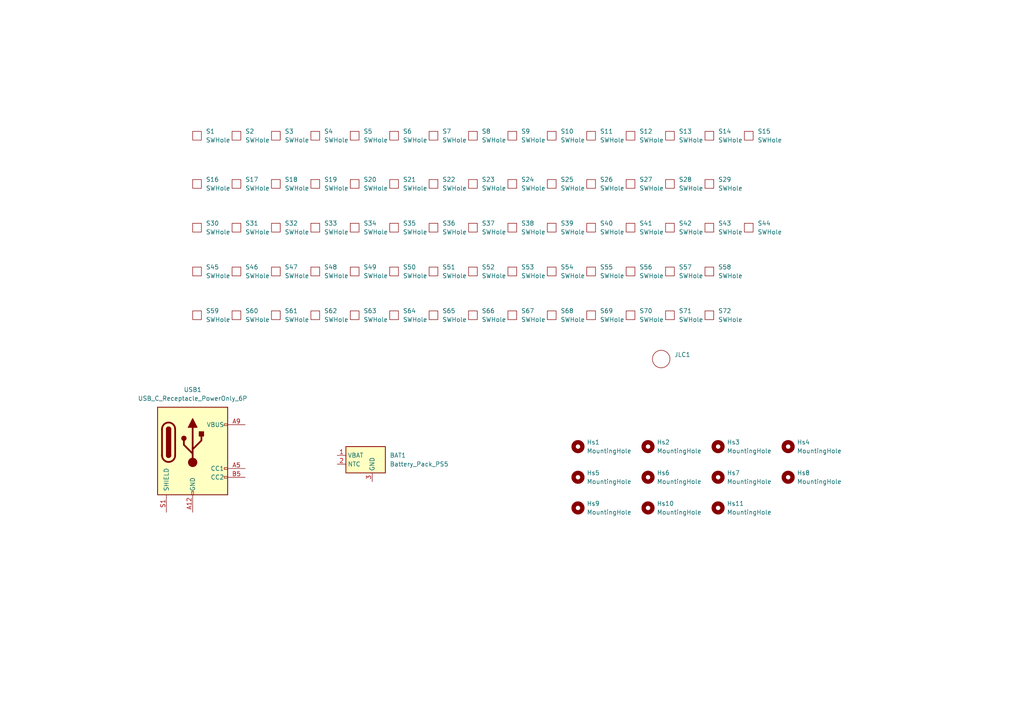
<source format=kicad_sch>
(kicad_sch (version 20250114) (generator "eeschema") (generator_version "9.0")
  (paper "A4")
  (lib_symbols
    (symbol "Connector:USB_C_Receptacle_PowerOnly_6P" (pin_names (offset 1.016))
      (property "Reference" "J" (at 0 16.51 0))
      (property "Value" "USB_C_Receptacle_PowerOnly_6P" (at 0 13.97 0))
      (symbol "USB_C_Receptacle_PowerOnly_6P_0_0"
        (rectangle (start -0.254 -12.7) (end 0.254 -11.684))
        (rectangle (start 10.16 7.874) (end 9.144 7.366))
        (rectangle (start 10.16 -4.826) (end 9.144 -5.334))
        (rectangle (start 10.16 -7.366) (end 9.144 -7.874))
      )
      (symbol "USB_C_Receptacle_PowerOnly_6P_0_1"
        (rectangle (start -10.16 12.7) (end 10.16 -12.7) (stroke (width 0.254)) (fill (type background)))
        (polyline (pts (xy -8.89 -1.27) (xy -8.89 6.35)) (stroke (width 0.508)))
        (rectangle (start -7.62 -1.27) (end -6.35 6.35) (stroke (width 0.254)) (fill (type outline)))
        (arc (start -7.62 6.35) (mid -6.985 6.9823) (end -6.35 6.35) (stroke (width 0.254)))
        (arc (start -7.62 6.35) (mid -6.985 6.9823) (end -6.35 6.35) (stroke (width 0.254)) (fill (type outline)))
        (arc (start -8.89 6.35) (mid -6.985 8.2467) (end -5.08 6.35) (stroke (width 0.508)))
        (arc (start -5.08 -1.27) (mid -6.985 -3.1667) (end -8.89 -1.27) (stroke (width 0.508)))
        (arc (start -6.35 -1.27) (mid -6.985 -1.9023) (end -7.62 -1.27) (stroke (width 0.254)))
        (arc (start -6.35 -1.27) (mid -6.985 -1.9023) (end -7.62 -1.27) (stroke (width 0.254)) (fill (type outline)))
        (polyline (pts (xy -5.08 6.35) (xy -5.08 -1.27)) (stroke (width 0.508)))
        (circle (center -2.54 3.683) (radius 0.635) (stroke (width 0.254)) (fill (type outline)))
        (polyline (pts (xy -1.27 6.858) (xy 0 9.398) (xy 1.27 6.858) (xy -1.27 6.858)) (stroke (width 0.254)) (fill (type outline)))
        (polyline (pts (xy 0 0.508) (xy 2.54 3.048) (xy 2.54 4.318)) (stroke (width 0.508)))
        (polyline (pts (xy 0 -0.762) (xy -2.54 1.778) (xy -2.54 3.048)) (stroke (width 0.508)))
        (polyline (pts (xy 0 -3.302) (xy 0 6.858)) (stroke (width 0.508)))
        (circle (center 0 -3.302) (radius 1.27) (fill (type outline)))
        (rectangle (start 1.905 4.318) (end 3.175 5.588) (stroke (width 0.254)) (fill (type outline)))
      )
      (symbol "USB_C_Receptacle_PowerOnly_6P_1_1"
        (pin passive line (at -7.62 -17.78 90) (length 5.08) (name "SHIELD") (number "S1"))
        (pin passive line (at 0 -17.78 90) (length 5.08) (name "GND") (number "A12"))
        (pin passive line (at 0 -17.78 90) (length 5.08) (hide yes) (name "GND") (number "B12"))
        (pin passive line (at 15.24 7.62 180) (length 5.08) (name "VBUS") (number "A9"))
        (pin passive line (at 15.24 7.62 180) (length 5.08) (hide yes) (name "VBUS") (number "B9"))
        (pin bidirectional line (at 15.24 -5.08 180) (length 5.08) (name "CC1") (number "A5"))
        (pin bidirectional line (at 15.24 -7.62 180) (length 5.08) (name "CC2") (number "B5"))
      )
    )
    (symbol "Giri:JLC_Order_Num"
      (property "Reference" "JLC" (at 0 0 0))
      (property "Value" "JLC_Order_Num" (at 0 0 0))
      (symbol "JLC_Order_Num_0_1"
        (circle (center 0 0) (radius 2.54) (stroke (width 0.1524)))
      )
    )
    (symbol "Mechanical:MountingHole" (pin_names (offset 1.016)) (in_bom no)
      (property "Reference" "H" (at 0 5.08 0))
      (property "Value" "MountingHole" (at 0 3.175 0))
      (symbol "MountingHole_0_1"
        (circle (center 0 0) (radius 1.27) (stroke (width 1.27)))
      )
    )
    (symbol "tmr-lib:Battery_Pack_PS5"
      (property "Reference" "BAT" (at -6.858 8.128 0))
      (property "Value" "Battery_Pack_PS5" (at -6.858 5.588 0))
      (symbol "Battery_Pack_PS5_0_1"
        (rectangle (start -6.35 3.81) (end 5.08 -3.81) (stroke (width 0.254)) (fill (type background)))
      )
      (symbol "Battery_Pack_PS5_1_1"
        (pin power_out line (at -8.89 1.27 0) (length 2.54) (name "VBAT") (number "1"))
        (pin passive line (at -8.89 -1.27 0) (length 2.54) (name "NTC") (number "2"))
        (pin power_in line (at 1.27 -6.35 90) (length 2.54) (name "GND") (number "3"))
      )
    )
    (symbol "tmr-lib:SWHole"
      (property "Reference" "S" (at 0 2.54 0))
      (property "Value" "SWHole" (at 0 -2.54 0))
      (symbol "SWHole_0_1"
        (rectangle (start -1.27 1.27) (end 1.27 -1.27) (stroke (width 0.1524)))
      )
    )
  )
  (symbol (lib_id "tmr-lib:SWHole") (at 125.73 53.34 0) (unit 1)
    (property "Reference" "S22" (at 128.27 52.0699 0) (effects (justify left)))
    (property "Value" "SWHole" (at 128.27 54.6099 0) (effects (justify left)))
    (property "Footprint" "tmr-lib:Switch_Cutout" (effects (hide yes)))
  )
  (symbol (lib_id "tmr-lib:SWHole") (at 148.59 66.04 0) (unit 1)
    (property "Reference" "S38" (at 151.13 64.7699 0) (effects (justify left)))
    (property "Value" "SWHole" (at 151.13 67.3099 0) (effects (justify left)))
    (property "Footprint" "tmr-lib:Switch_Cutout" (effects (hide yes)))
  )
  (symbol (lib_id "Mechanical:MountingHole") (at 187.96 129.54 0) (unit 1) (in_bom no)
    (property "Reference" "Hs2" (at 190.5 128.2699 0) (effects (justify left)))
    (property "Value" "MountingHole" (at 190.5 130.8099 0) (effects (justify left)))
    (property "Footprint" "tmr-lib:MountingHole_1.6mm" (effects (hide yes)))
    (property "Description" "Mounting Hole without connection" (effects (hide yes)))
  )
  (symbol (lib_id "tmr-lib:SWHole") (at 68.58 91.44 0) (unit 1)
    (property "Reference" "S60" (at 71.12 90.1699 0) (effects (justify left)))
    (property "Value" "SWHole" (at 71.12 92.7099 0) (effects (justify left)))
    (property "Footprint" "tmr-lib:Switch_Cutout_1.25u" (effects (hide yes)))
  )
  (symbol (lib_id "tmr-lib:SWHole") (at 137.16 66.04 0) (unit 1)
    (property "Reference" "S37" (at 139.7 64.7699 0) (effects (justify left)))
    (property "Value" "SWHole" (at 139.7 67.3099 0) (effects (justify left)))
    (property "Footprint" "tmr-lib:Switch_Cutout" (effects (hide yes)))
  )
  (symbol (lib_id "Mechanical:MountingHole") (at 167.64 129.54 0) (unit 1) (in_bom no)
    (property "Reference" "Hs1" (at 170.18 128.2699 0) (effects (justify left)))
    (property "Value" "MountingHole" (at 170.18 130.8099 0) (effects (justify left)))
    (property "Footprint" "tmr-lib:MountingHole_1.6mm" (effects (hide yes)))
    (property "Description" "Mounting Hole without connection" (effects (hide yes)))
  )
  (symbol (lib_id "tmr-lib:SWHole") (at 205.74 78.74 0) (unit 1)
    (property "Reference" "S58" (at 208.28 77.4699 0) (effects (justify left)))
    (property "Value" "SWHole" (at 208.28 80.0099 0) (effects (justify left)))
    (property "Footprint" "tmr-lib:Switch_Cutout" (effects (hide yes)))
  )
  (symbol (lib_id "tmr-lib:SWHole") (at 102.87 53.34 0) (unit 1)
    (property "Reference" "S20" (at 105.41 52.0699 0) (effects (justify left)))
    (property "Value" "SWHole" (at 105.41 54.6099 0) (effects (justify left)))
    (property "Footprint" "tmr-lib:Switch_Cutout" (effects (hide yes)))
  )
  (symbol (lib_id "tmr-lib:SWHole") (at 114.3 78.74 0) (unit 1)
    (property "Reference" "S50" (at 116.84 77.4699 0) (effects (justify left)))
    (property "Value" "SWHole" (at 116.84 80.0099 0) (effects (justify left)))
    (property "Footprint" "tmr-lib:Switch_Cutout" (effects (hide yes)))
  )
  (symbol (lib_id "Mechanical:MountingHole") (at 208.28 138.43 0) (unit 1) (in_bom no)
    (property "Reference" "Hs7" (at 210.82 137.1599 0) (effects (justify left)))
    (property "Value" "MountingHole" (at 210.82 139.6999 0) (effects (justify left)))
    (property "Footprint" "tmr-lib:MountingHole_1.6mm" (effects (hide yes)))
    (property "Description" "Mounting Hole without connection" (effects (hide yes)))
  )
  (symbol (lib_id "tmr-lib:Battery_Pack_PS5") (at 106.68 133.35 0) (unit 1)
    (property "Reference" "BAT1" (at 113.03 132.0799 0) (effects (justify left)))
    (property "Value" "Battery_Pack_PS5" (at 113.03 134.6199 0) (effects (justify left)))
    (property "Footprint" "Connector_JST:JST_SH_SM03B-SRSS-TB_1x03-1MP_P1.00mm_Horizontal" (effects (hide yes)))
    (property "Description" "PS5 battery pack (red->power, black->ground, white->ntc)" (effects (hide yes)))
  )
  (symbol (lib_id "tmr-lib:SWHole") (at 114.3 91.44 0) (unit 1)
    (property "Reference" "S64" (at 116.84 90.1699 0) (effects (justify left)))
    (property "Value" "SWHole" (at 116.84 92.7099 0) (effects (justify left)))
    (property "Footprint" "tmr-lib:Switch_Cutout_2u" (effects (hide yes)))
  )
  (symbol (lib_id "Giri:JLC_Order_Num") (at 191.77 104.14 0) (unit 1)
    (property "Reference" "JLC1" (at 195.58 102.87 0) (effects (justify left)))
    (property "Value" "JLC_Order_Num" (effects (hide yes)))
    (property "Footprint" "tmr-lib:JLC_Order_Num" (effects (hide yes)))
  )
  (symbol (lib_id "tmr-lib:SWHole") (at 80.01 78.74 0) (unit 1)
    (property "Reference" "S47" (at 82.55 77.4699 0) (effects (justify left)))
    (property "Value" "SWHole" (at 82.55 80.0099 0) (effects (justify left)))
    (property "Footprint" "tmr-lib:Switch_Cutout" (effects (hide yes)))
  )
  (symbol (lib_id "tmr-lib:SWHole") (at 114.3 39.37 0) (unit 1)
    (property "Reference" "S6" (at 116.84 38.0999 0) (effects (justify left)))
    (property "Value" "SWHole" (at 116.84 40.6399 0) (effects (justify left)))
    (property "Footprint" "tmr-lib:Switch_Cutout" (effects (hide yes)))
  )
  (symbol (lib_id "Mechanical:MountingHole") (at 228.6 138.43 0) (unit 1) (in_bom no)
    (property "Reference" "Hs8" (at 231.14 137.1599 0) (effects (justify left)))
    (property "Value" "MountingHole" (at 231.14 139.6999 0) (effects (justify left)))
    (property "Footprint" "tmr-lib:MountingHole_1.6mm" (effects (hide yes)))
    (property "Description" "Mounting Hole without connection" (effects (hide yes)))
  )
  (symbol (lib_id "tmr-lib:SWHole") (at 68.58 53.34 0) (unit 1)
    (property "Reference" "S17" (at 71.12 52.0699 0) (effects (justify left)))
    (property "Value" "SWHole" (at 71.12 54.6099 0) (effects (justify left)))
    (property "Footprint" "tmr-lib:Switch_Cutout" (effects (hide yes)))
  )
  (symbol (lib_id "tmr-lib:SWHole") (at 194.31 78.74 0) (unit 1)
    (property "Reference" "S57" (at 196.85 77.4699 0) (effects (justify left)))
    (property "Value" "SWHole" (at 196.85 80.0099 0) (effects (justify left)))
    (property "Footprint" "tmr-lib:Switch_Cutout_1.75u" (effects (hide yes)))
  )
  (symbol (lib_id "tmr-lib:SWHole") (at 194.31 53.34 0) (unit 1)
    (property "Reference" "S28" (at 196.85 52.0699 0) (effects (justify left)))
    (property "Value" "SWHole" (at 196.85 54.6099 0) (effects (justify left)))
    (property "Footprint" "tmr-lib:Switch_Cutout" (effects (hide yes)))
  )
  (symbol (lib_id "tmr-lib:SWHole") (at 194.31 66.04 0) (unit 1)
    (property "Reference" "S42" (at 196.85 64.7699 0) (effects (justify left)))
    (property "Value" "SWHole" (at 196.85 67.3099 0) (effects (justify left)))
    (property "Footprint" "tmr-lib:Switch_Cutout_1.25u" (effects (hide yes)))
  )
  (symbol (lib_id "tmr-lib:SWHole") (at 68.58 66.04 0) (unit 1)
    (property "Reference" "S31" (at 71.12 64.7699 0) (effects (justify left)))
    (property "Value" "SWHole" (at 71.12 67.3099 0) (effects (justify left)))
    (property "Footprint" "tmr-lib:Switch_Cutout" (effects (hide yes)))
  )
  (symbol (lib_id "tmr-lib:SWHole") (at 102.87 66.04 0) (unit 1)
    (property "Reference" "S34" (at 105.41 64.7699 0) (effects (justify left)))
    (property "Value" "SWHole" (at 105.41 67.3099 0) (effects (justify left)))
    (property "Footprint" "tmr-lib:Switch_Cutout" (effects (hide yes)))
  )
  (symbol (lib_id "tmr-lib:SWHole") (at 57.15 78.74 0) (unit 1)
    (property "Reference" "S45" (at 59.69 77.4699 0) (effects (justify left)))
    (property "Value" "SWHole" (at 59.69 80.0099 0) (effects (justify left)))
    (property "Footprint" "tmr-lib:Switch_Cutout_1.25u" (effects (hide yes)))
  )
  (symbol (lib_id "tmr-lib:SWHole") (at 57.15 39.37 0) (unit 1)
    (property "Reference" "S1" (at 59.69 38.0999 0) (effects (justify left)))
    (property "Value" "SWHole" (at 59.69 40.6399 0) (effects (justify left)))
    (property "Footprint" "tmr-lib:Switch_Cutout" (effects (hide yes)))
  )
  (symbol (lib_id "tmr-lib:SWHole") (at 205.74 91.44 0) (unit 1)
    (property "Reference" "S72" (at 208.28 90.1699 0) (effects (justify left)))
    (property "Value" "SWHole" (at 208.28 92.7099 0) (effects (justify left)))
    (property "Footprint" "tmr-lib:Switch_Cutout" (effects (hide yes)))
  )
  (symbol (lib_id "tmr-lib:SWHole") (at 125.73 39.37 0) (unit 1)
    (property "Reference" "S7" (at 128.27 38.0999 0) (effects (justify left)))
    (property "Value" "SWHole" (at 128.27 40.6399 0) (effects (justify left)))
    (property "Footprint" "tmr-lib:Switch_Cutout" (effects (hide yes)))
  )
  (symbol (lib_id "tmr-lib:SWHole") (at 148.59 39.37 0) (unit 1)
    (property "Reference" "S9" (at 151.13 38.0999 0) (effects (justify left)))
    (property "Value" "SWHole" (at 151.13 40.6399 0) (effects (justify left)))
    (property "Footprint" "tmr-lib:Switch_Cutout" (effects (hide yes)))
  )
  (symbol (lib_id "tmr-lib:SWHole") (at 68.58 78.74 0) (unit 1)
    (property "Reference" "S46" (at 71.12 77.4699 0) (effects (justify left)))
    (property "Value" "SWHole" (at 71.12 80.0099 0) (effects (justify left)))
    (property "Footprint" "tmr-lib:Switch_Cutout_1.75u" (effects (hide yes)))
  )
  (symbol (lib_id "tmr-lib:SWHole") (at 171.45 91.44 0) (unit 1)
    (property "Reference" "S69" (at 173.99 90.1699 0) (effects (justify left)))
    (property "Value" "SWHole" (at 173.99 92.7099 0) (effects (justify left)))
    (property "Footprint" "tmr-lib:Switch_Cutout" (effects (hide yes)))
  )
  (symbol (lib_id "tmr-lib:SWHole") (at 171.45 39.37 0) (unit 1)
    (property "Reference" "S11" (at 173.99 38.0999 0) (effects (justify left)))
    (property "Value" "SWHole" (at 173.99 40.6399 0) (effects (justify left)))
    (property "Footprint" "tmr-lib:Switch_Cutout" (effects (hide yes)))
  )
  (symbol (lib_id "tmr-lib:SWHole") (at 194.31 91.44 0) (unit 1)
    (property "Reference" "S71" (at 196.85 90.1699 0) (effects (justify left)))
    (property "Value" "SWHole" (at 196.85 92.7099 0) (effects (justify left)))
    (property "Footprint" "tmr-lib:Switch_Cutout" (effects (hide yes)))
  )
  (symbol (lib_id "tmr-lib:SWHole") (at 205.74 39.37 0) (unit 1)
    (property "Reference" "S14" (at 208.28 38.0999 0) (effects (justify left)))
    (property "Value" "SWHole" (at 208.28 40.6399 0) (effects (justify left)))
    (property "Footprint" "tmr-lib:Switch_Cutout" (effects (hide yes)))
  )
  (symbol (lib_id "tmr-lib:SWHole") (at 148.59 91.44 0) (unit 1)
    (property "Reference" "S67" (at 151.13 90.1699 0) (effects (justify left)))
    (property "Value" "SWHole" (at 151.13 92.7099 0) (effects (justify left)))
    (property "Footprint" "tmr-lib:Switch_Cutout" (effects (hide yes)))
  )
  (symbol (lib_id "tmr-lib:SWHole") (at 91.44 53.34 0) (unit 1)
    (property "Reference" "S19" (at 93.98 52.0699 0) (effects (justify left)))
    (property "Value" "SWHole" (at 93.98 54.6099 0) (effects (justify left)))
    (property "Footprint" "tmr-lib:Switch_Cutout" (effects (hide yes)))
  )
  (symbol (lib_id "tmr-lib:SWHole") (at 102.87 39.37 0) (unit 1)
    (property "Reference" "S5" (at 105.41 38.0999 0) (effects (justify left)))
    (property "Value" "SWHole" (at 105.41 40.6399 0) (effects (justify left)))
    (property "Footprint" "tmr-lib:Switch_Cutout" (effects (hide yes)))
  )
  (symbol (lib_id "tmr-lib:SWHole") (at 91.44 39.37 0) (unit 1)
    (property "Reference" "S4" (at 93.98 38.0999 0) (effects (justify left)))
    (property "Value" "SWHole" (at 93.98 40.6399 0) (effects (justify left)))
    (property "Footprint" "tmr-lib:Switch_Cutout" (effects (hide yes)))
  )
  (symbol (lib_id "tmr-lib:SWHole") (at 137.16 91.44 0) (unit 1)
    (property "Reference" "S66" (at 139.7 90.1699 0) (effects (justify left)))
    (property "Value" "SWHole" (at 139.7 92.7099 0) (effects (justify left)))
    (property "Footprint" "tmr-lib:Switch_Cutout_2u" (effects (hide yes)))
  )
  (symbol (lib_id "tmr-lib:SWHole") (at 182.88 91.44 0) (unit 1)
    (property "Reference" "S70" (at 185.42 90.1699 0) (effects (justify left)))
    (property "Value" "SWHole" (at 185.42 92.7099 0) (effects (justify left)))
    (property "Footprint" "tmr-lib:Switch_Cutout_1.25u" (effects (hide yes)))
  )
  (symbol (lib_id "tmr-lib:SWHole") (at 68.58 39.37 0) (unit 1)
    (property "Reference" "S2" (at 71.12 38.0999 0) (effects (justify left)))
    (property "Value" "SWHole" (at 71.12 40.6399 0) (effects (justify left)))
    (property "Footprint" "tmr-lib:Switch_Cutout" (effects (hide yes)))
  )
  (symbol (lib_id "tmr-lib:SWHole") (at 125.73 78.74 0) (unit 1)
    (property "Reference" "S51" (at 128.27 77.4699 0) (effects (justify left)))
    (property "Value" "SWHole" (at 128.27 80.0099 0) (effects (justify left)))
    (property "Footprint" "tmr-lib:Switch_Cutout" (effects (hide yes)))
  )
  (symbol (lib_id "Mechanical:MountingHole") (at 228.6 129.54 0) (unit 1) (in_bom no)
    (property "Reference" "Hs4" (at 231.14 128.2699 0) (effects (justify left)))
    (property "Value" "MountingHole" (at 231.14 130.8099 0) (effects (justify left)))
    (property "Footprint" "tmr-lib:MountingHole_1.6mm" (effects (hide yes)))
    (property "Description" "Mounting Hole without connection" (effects (hide yes)))
  )
  (symbol (lib_id "tmr-lib:SWHole") (at 137.16 53.34 0) (unit 1)
    (property "Reference" "S23" (at 139.7 52.0699 0) (effects (justify left)))
    (property "Value" "SWHole" (at 139.7 54.6099 0) (effects (justify left)))
    (property "Footprint" "tmr-lib:Switch_Cutout" (effects (hide yes)))
  )
  (symbol (lib_id "tmr-lib:SWHole") (at 91.44 78.74 0) (unit 1)
    (property "Reference" "S48" (at 93.98 77.4699 0) (effects (justify left)))
    (property "Value" "SWHole" (at 93.98 80.0099 0) (effects (justify left)))
    (property "Footprint" "tmr-lib:Switch_Cutout" (effects (hide yes)))
  )
  (symbol (lib_id "Mechanical:MountingHole") (at 187.96 138.43 0) (unit 1) (in_bom no)
    (property "Reference" "Hs6" (at 190.5 137.1599 0) (effects (justify left)))
    (property "Value" "MountingHole" (at 190.5 139.6999 0) (effects (justify left)))
    (property "Footprint" "tmr-lib:MountingHole_1.6mm" (effects (hide yes)))
    (property "Description" "Mounting Hole without connection" (effects (hide yes)))
  )
  (symbol (lib_id "Mechanical:MountingHole") (at 167.64 138.43 0) (unit 1) (in_bom no)
    (property "Reference" "Hs5" (at 170.18 137.1599 0) (effects (justify left)))
    (property "Value" "MountingHole" (at 170.18 139.6999 0) (effects (justify left)))
    (property "Footprint" "tmr-lib:MountingHole_1.6mm" (effects (hide yes)))
    (property "Description" "Mounting Hole without connection" (effects (hide yes)))
  )
  (symbol (lib_id "tmr-lib:SWHole") (at 80.01 53.34 0) (unit 1)
    (property "Reference" "S18" (at 82.55 52.0699 0) (effects (justify left)))
    (property "Value" "SWHole" (at 82.55 54.6099 0) (effects (justify left)))
    (property "Footprint" "tmr-lib:Switch_Cutout" (effects (hide yes)))
  )
  (symbol (lib_id "tmr-lib:SWHole") (at 171.45 78.74 0) (unit 1)
    (property "Reference" "S55" (at 173.99 77.4699 0) (effects (justify left)))
    (property "Value" "SWHole" (at 173.99 80.0099 0) (effects (justify left)))
    (property "Footprint" "tmr-lib:Switch_Cutout" (effects (hide yes)))
  )
  (symbol (lib_id "tmr-lib:SWHole") (at 80.01 66.04 0) (unit 1)
    (property "Reference" "S32" (at 82.55 64.7699 0) (effects (justify left)))
    (property "Value" "SWHole" (at 82.55 67.3099 0) (effects (justify left)))
    (property "Footprint" "tmr-lib:Switch_Cutout" (effects (hide yes)))
  )
  (symbol (lib_id "tmr-lib:SWHole") (at 102.87 78.74 0) (unit 1)
    (property "Reference" "S49" (at 105.41 77.4699 0) (effects (justify left)))
    (property "Value" "SWHole" (at 105.41 80.0099 0) (effects (justify left)))
    (property "Footprint" "tmr-lib:Switch_Cutout" (effects (hide yes)))
  )
  (symbol (lib_id "tmr-lib:SWHole") (at 160.02 39.37 0) (unit 1)
    (property "Reference" "S10" (at 162.56 38.0999 0) (effects (justify left)))
    (property "Value" "SWHole" (at 162.56 40.6399 0) (effects (justify left)))
    (property "Footprint" "tmr-lib:Switch_Cutout" (effects (hide yes)))
  )
  (symbol (lib_id "tmr-lib:SWHole") (at 114.3 66.04 0) (unit 1)
    (property "Reference" "S35" (at 116.84 64.7699 0) (effects (justify left)))
    (property "Value" "SWHole" (at 116.84 67.3099 0) (effects (justify left)))
    (property "Footprint" "tmr-lib:Switch_Cutout" (effects (hide yes)))
  )
  (symbol (lib_id "tmr-lib:SWHole") (at 57.15 53.34 0) (unit 1)
    (property "Reference" "S16" (at 59.69 52.0699 0) (effects (justify left)))
    (property "Value" "SWHole" (at 59.69 54.6099 0) (effects (justify left)))
    (property "Footprint" "tmr-lib:Switch_Cutout" (effects (hide yes)))
  )
  (symbol (lib_id "tmr-lib:SWHole") (at 205.74 66.04 0) (unit 1)
    (property "Reference" "S43" (at 208.28 64.7699 0) (effects (justify left)))
    (property "Value" "SWHole" (at 208.28 67.3099 0) (effects (justify left)))
    (property "Footprint" "tmr-lib:Switch_Cutout" (effects (hide yes)))
  )
  (symbol (lib_id "tmr-lib:SWHole") (at 160.02 78.74 0) (unit 1)
    (property "Reference" "S54" (at 162.56 77.4699 0) (effects (justify left)))
    (property "Value" "SWHole" (at 162.56 80.0099 0) (effects (justify left)))
    (property "Footprint" "tmr-lib:Switch_Cutout" (effects (hide yes)))
  )
  (symbol (lib_id "tmr-lib:SWHole") (at 171.45 53.34 0) (unit 1)
    (property "Reference" "S26" (at 173.99 52.0699 0) (effects (justify left)))
    (property "Value" "SWHole" (at 173.99 54.6099 0) (effects (justify left)))
    (property "Footprint" "tmr-lib:Switch_Cutout" (effects (hide yes)))
  )
  (symbol (lib_id "Connector:USB_C_Receptacle_PowerOnly_6P") (at 55.88 130.81 0) (unit 1)
    (property "Reference" "USB1" (at 55.88 113.03 0))
    (property "Value" "USB_C_Receptacle_PowerOnly_6P" (at 55.88 115.57 0))
    (property "Footprint" "Connector_USB:USB_C_Receptacle_GCT_USB4125-xx-x-0190_6P_TopMnt_Horizontal" (effects (hide yes)))
    (property "Datasheet" "https://www.usb.org/sites/default/files/documents/usb_type-c.zip" (effects (hide yes)))
    (property "Description" "USB Power-Only 6P Type-C Receptacle connector" (effects (hide yes)))
  )
  (symbol (lib_id "tmr-lib:SWHole") (at 182.88 78.74 0) (unit 1)
    (property "Reference" "S56" (at 185.42 77.4699 0) (effects (justify left)))
    (property "Value" "SWHole" (at 185.42 80.0099 0) (effects (justify left)))
    (property "Footprint" "tmr-lib:Switch_Cutout" (effects (hide yes)))
  )
  (symbol (lib_id "Mechanical:MountingHole") (at 167.64 147.32 0) (unit 1) (in_bom no)
    (property "Reference" "Hs9" (at 170.18 146.0499 0) (effects (justify left)))
    (property "Value" "MountingHole" (at 170.18 148.5899 0) (effects (justify left)))
    (property "Footprint" "tmr-lib:MountingHole_1.6mm" (effects (hide yes)))
    (property "Description" "Mounting Hole without connection" (effects (hide yes)))
  )
  (symbol (lib_id "tmr-lib:SWHole") (at 91.44 91.44 0) (unit 1)
    (property "Reference" "S62" (at 93.98 90.1699 0) (effects (justify left)))
    (property "Value" "SWHole" (at 93.98 92.7099 0) (effects (justify left)))
    (property "Footprint" "tmr-lib:Switch_Cutout" (effects (hide yes)))
  )
  (symbol (lib_id "tmr-lib:SWHole") (at 137.16 39.37 0) (unit 1)
    (property "Reference" "S8" (at 139.7 38.0999 0) (effects (justify left)))
    (property "Value" "SWHole" (at 139.7 40.6399 0) (effects (justify left)))
    (property "Footprint" "tmr-lib:Switch_Cutout" (effects (hide yes)))
  )
  (symbol (lib_id "tmr-lib:SWHole") (at 182.88 39.37 0) (unit 1)
    (property "Reference" "S12" (at 185.42 38.0999 0) (effects (justify left)))
    (property "Value" "SWHole" (at 185.42 40.6399 0) (effects (justify left)))
    (property "Footprint" "tmr-lib:Switch_Cutout" (effects (hide yes)))
  )
  (symbol (lib_id "tmr-lib:SWHole") (at 182.88 66.04 0) (unit 1)
    (property "Reference" "S41" (at 185.42 64.7699 0) (effects (justify left)))
    (property "Value" "SWHole" (at 185.42 67.3099 0) (effects (justify left)))
    (property "Footprint" "tmr-lib:Switch_Cutout" (effects (hide yes)))
  )
  (symbol (lib_id "tmr-lib:SWHole") (at 57.15 66.04 0) (unit 1)
    (property "Reference" "S30" (at 59.69 64.7699 0) (effects (justify left)))
    (property "Value" "SWHole" (at 59.69 67.3099 0) (effects (justify left)))
    (property "Footprint" "tmr-lib:Switch_Cutout_1.25u" (effects (hide yes)))
  )
  (symbol (lib_id "tmr-lib:SWHole") (at 137.16 78.74 0) (unit 1)
    (property "Reference" "S52" (at 139.7 77.4699 0) (effects (justify left)))
    (property "Value" "SWHole" (at 139.7 80.0099 0) (effects (justify left)))
    (property "Footprint" "tmr-lib:Switch_Cutout" (effects (hide yes)))
  )
  (symbol (lib_id "tmr-lib:SWHole") (at 125.73 91.44 0) (unit 1)
    (property "Reference" "S65" (at 128.27 90.1699 0) (effects (justify left)))
    (property "Value" "SWHole" (at 128.27 92.7099 0) (effects (justify left)))
    (property "Footprint" "tmr-lib:Switch_Cutout" (effects (hide yes)))
  )
  (symbol (lib_id "tmr-lib:SWHole") (at 148.59 78.74 0) (unit 1)
    (property "Reference" "S53" (at 151.13 77.4699 0) (effects (justify left)))
    (property "Value" "SWHole" (at 151.13 80.0099 0) (effects (justify left)))
    (property "Footprint" "tmr-lib:Switch_Cutout" (effects (hide yes)))
  )
  (symbol (lib_id "tmr-lib:SWHole") (at 160.02 53.34 0) (unit 1)
    (property "Reference" "S25" (at 162.56 52.0699 0) (effects (justify left)))
    (property "Value" "SWHole" (at 162.56 54.6099 0) (effects (justify left)))
    (property "Footprint" "tmr-lib:Switch_Cutout" (effects (hide yes)))
  )
  (symbol (lib_id "tmr-lib:SWHole") (at 160.02 91.44 0) (unit 1)
    (property "Reference" "S68" (at 162.56 90.1699 0) (effects (justify left)))
    (property "Value" "SWHole" (at 162.56 92.7099 0) (effects (justify left)))
    (property "Footprint" "tmr-lib:Switch_Cutout" (effects (hide yes)))
  )
  (symbol (lib_id "tmr-lib:SWHole") (at 148.59 53.34 0) (unit 1)
    (property "Reference" "S24" (at 151.13 52.0699 0) (effects (justify left)))
    (property "Value" "SWHole" (at 151.13 54.6099 0) (effects (justify left)))
    (property "Footprint" "tmr-lib:Switch_Cutout" (effects (hide yes)))
  )
  (symbol (lib_id "tmr-lib:SWHole") (at 217.17 39.37 0) (unit 1)
    (property "Reference" "S15" (at 219.71 38.0999 0) (effects (justify left)))
    (property "Value" "SWHole" (at 219.71 40.6399 0) (effects (justify left)))
    (property "Footprint" "tmr-lib:Switch_Cutout" (effects (hide yes)))
  )
  (symbol (lib_id "tmr-lib:SWHole") (at 217.17 66.04 0) (unit 1)
    (property "Reference" "S44" (at 219.71 64.7699 0) (effects (justify left)))
    (property "Value" "SWHole" (at 219.71 67.3099 0) (effects (justify left)))
    (property "Footprint" "tmr-lib:Switch_Cutout" (effects (hide yes)))
  )
  (symbol (lib_id "tmr-lib:SWHole") (at 80.01 39.37 0) (unit 1)
    (property "Reference" "S3" (at 82.55 38.0999 0) (effects (justify left)))
    (property "Value" "SWHole" (at 82.55 40.6399 0) (effects (justify left)))
    (property "Footprint" "tmr-lib:Switch_Cutout" (effects (hide yes)))
  )
  (symbol (lib_id "tmr-lib:SWHole") (at 80.01 91.44 0) (unit 1)
    (property "Reference" "S61" (at 82.55 90.1699 0) (effects (justify left)))
    (property "Value" "SWHole" (at 82.55 92.7099 0) (effects (justify left)))
    (property "Footprint" "tmr-lib:Switch_Cutout" (effects (hide yes)))
  )
  (symbol (lib_id "tmr-lib:SWHole") (at 160.02 66.04 0) (unit 1)
    (property "Reference" "S39" (at 162.56 64.7699 0) (effects (justify left)))
    (property "Value" "SWHole" (at 162.56 67.3099 0) (effects (justify left)))
    (property "Footprint" "tmr-lib:Switch_Cutout" (effects (hide yes)))
  )
  (symbol (lib_id "tmr-lib:SWHole") (at 125.73 66.04 0) (unit 1)
    (property "Reference" "S36" (at 128.27 64.7699 0) (effects (justify left)))
    (property "Value" "SWHole" (at 128.27 67.3099 0) (effects (justify left)))
    (property "Footprint" "tmr-lib:Switch_Cutout" (effects (hide yes)))
  )
  (symbol (lib_id "Mechanical:MountingHole") (at 187.96 147.32 0) (unit 1) (in_bom no)
    (property "Reference" "Hs10" (at 190.5 146.0499 0) (effects (justify left)))
    (property "Value" "MountingHole" (at 190.5 148.5899 0) (effects (justify left)))
    (property "Footprint" "tmr-lib:MountingHole_1.6mm" (effects (hide yes)))
    (property "Description" "Mounting Hole without connection" (effects (hide yes)))
  )
  (symbol (lib_id "tmr-lib:SWHole") (at 194.31 39.37 0) (unit 1)
    (property "Reference" "S13" (at 196.85 38.0999 0) (effects (justify left)))
    (property "Value" "SWHole" (at 196.85 40.6399 0) (effects (justify left)))
    (property "Footprint" "tmr-lib:Switch_Cutout" (effects (hide yes)))
  )
  (symbol (lib_id "tmr-lib:SWHole") (at 171.45 66.04 0) (unit 1)
    (property "Reference" "S40" (at 173.99 64.7699 0) (effects (justify left)))
    (property "Value" "SWHole" (at 173.99 67.3099 0) (effects (justify left)))
    (property "Footprint" "tmr-lib:Switch_Cutout" (effects (hide yes)))
  )
  (symbol (lib_id "tmr-lib:SWHole") (at 205.74 53.34 0) (unit 1)
    (property "Reference" "S29" (at 208.28 52.0699 0) (effects (justify left)))
    (property "Value" "SWHole" (at 208.28 54.6099 0) (effects (justify left)))
    (property "Footprint" "tmr-lib:Switch_Cutout" (effects (hide yes)))
  )
  (symbol (lib_id "Mechanical:MountingHole") (at 208.28 147.32 0) (unit 1) (in_bom no)
    (property "Reference" "Hs11" (at 210.82 146.0499 0) (effects (justify left)))
    (property "Value" "MountingHole" (at 210.82 148.5899 0) (effects (justify left)))
    (property "Footprint" "tmr-lib:MountingHole_1.6mm" (effects (hide yes)))
    (property "Description" "Mounting Hole without connection" (effects (hide yes)))
  )
  (symbol (lib_id "tmr-lib:SWHole") (at 57.15 91.44 0) (unit 1)
    (property "Reference" "S59" (at 59.69 90.1699 0) (effects (justify left)))
    (property "Value" "SWHole" (at 59.69 92.7099 0) (effects (justify left)))
    (property "Footprint" "tmr-lib:Switch_Cutout_1.25u" (effects (hide yes)))
  )
  (symbol (lib_id "tmr-lib:SWHole") (at 102.87 91.44 0) (unit 1)
    (property "Reference" "S63" (at 105.41 90.1699 0) (effects (justify left)))
    (property "Value" "SWHole" (at 105.41 92.7099 0) (effects (justify left)))
    (property "Footprint" "tmr-lib:Switch_Cutout" (effects (hide yes)))
  )
  (symbol (lib_id "tmr-lib:SWHole") (at 182.88 53.34 0) (unit 1)
    (property "Reference" "S27" (at 185.42 52.0699 0) (effects (justify left)))
    (property "Value" "SWHole" (at 185.42 54.6099 0) (effects (justify left)))
    (property "Footprint" "tmr-lib:Switch_Cutout" (effects (hide yes)))
  )
  (symbol (lib_id "tmr-lib:SWHole") (at 91.44 66.04 0) (unit 1)
    (property "Reference" "S33" (at 93.98 64.7699 0) (effects (justify left)))
    (property "Value" "SWHole" (at 93.98 67.3099 0) (effects (justify left)))
    (property "Footprint" "tmr-lib:Switch_Cutout" (effects (hide yes)))
  )
  (symbol (lib_id "tmr-lib:SWHole") (at 114.3 53.34 0) (unit 1)
    (property "Reference" "S21" (at 116.84 52.0699 0) (effects (justify left)))
    (property "Value" "SWHole" (at 116.84 54.6099 0) (effects (justify left)))
    (property "Footprint" "tmr-lib:Switch_Cutout" (effects (hide yes)))
  )
  (symbol (lib_id "Mechanical:MountingHole") (at 208.28 129.54 0) (unit 1) (in_bom no)
    (property "Reference" "Hs3" (at 210.82 128.2699 0) (effects (justify left)))
    (property "Value" "MountingHole" (at 210.82 130.8099 0) (effects (justify left)))
    (property "Footprint" "tmr-lib:MountingHole_1.6mm" (effects (hide yes)))
    (property "Description" "Mounting Hole without connection" (effects (hide yes)))
  )
)
</source>
